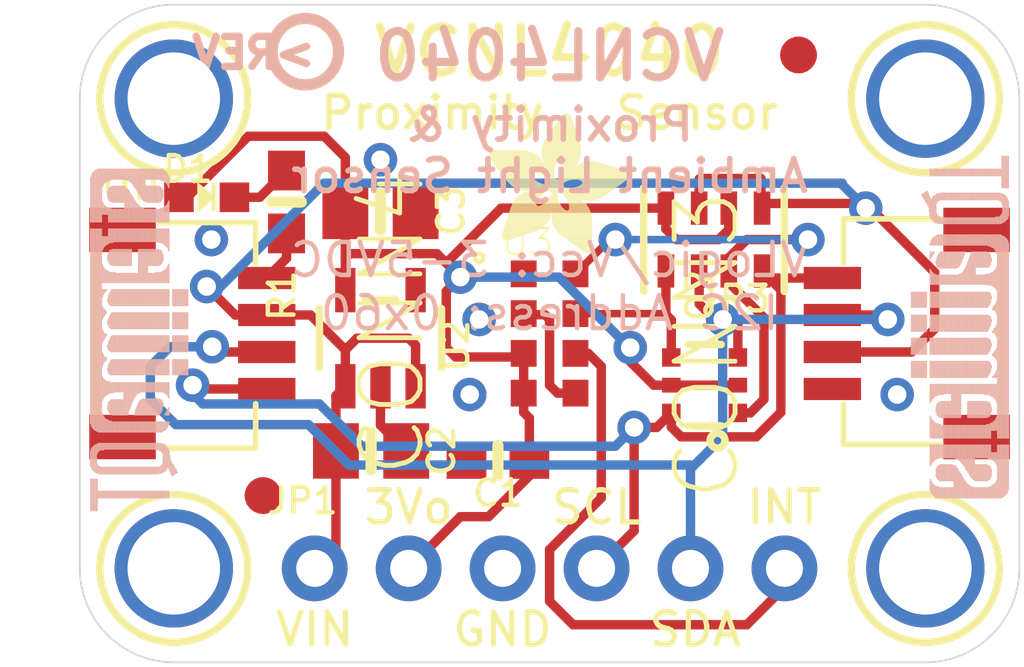
<source format=kicad_pcb>
(kicad_pcb (version 20211014) (generator pcbnew)
  (layers (0 "F.Cu" signal) (31 "B.Cu" signal) (34 "B.Paste" user) (35 "F.Paste" user) (36 "B.SilkS" user "B.Silkscreen") (37 "F.SilkS" user "F.Silkscreen") (38 "B.Mask" user) (39 "F.Mask" user) (44 "Edge.Cuts" user))
  (net 0 "")
  (net 1 "GND")
  (net 2 "SDA")
  (net 3 "SCL")
  (net 4 "SCL_3V")
  (net 5 "SDA_3V")
  (net 6 "3.3V")
  (net 7 "INT")
  (net 8 "VCC")
  (net 9 "N$2")
  (net 10 "CATHODE")
  (footprint "boardEagle:CHIPLED_0603_NOOUTLINE" (layer "F.Cu") (at 139.2301 101.3206 -90)
    (fp_text reference "D1" (at -0.762 1.27) (layer "F.SilkS") (effects (font (size 0.692831 0.692831) (thickness 0.119969)) (justify left)))
    (fp_text value "GREEN")
    (pad "A" smd rect (at 0 0.75 270) (size 0.8 0.8) (layers "F.Cu" "F.Paste" "F.Mask") (net 6 "3.3V"))
    (pad "C" smd rect (at 0 -0.75 270) (size 0.8 0.8) (layers "F.Cu" "F.Paste" "F.Mask") (net 9 "N$2"))
  )
  (footprint "boardEagle:VISHAY_VCNL4040_4X2X1.1" (layer "F.Cu") (at 148.5011 105.0036)
    (fp_text reference "U3" (at -1.34115 -2.467959) (layer "F.SilkS") (effects (font (size 0.707052 0.707052) (thickness 0.056173)) (justify left)))
    (fp_text value "VCNL4040M3OE")
    (pad "1" smd rect (at -0.7 -1.6125) (size 0.7 0.725) (layers "F.Cu" "F.Paste" "F.Mask") (net 1 "GND"))
    (pad "2" smd rect (at -0.7 -0.5375) (size 0.7 0.725) (layers "F.Cu" "F.Paste" "F.Mask") (net 10 "CATHODE"))
    (pad "3" smd rect (at -0.7 0.5375) (size 0.7 0.725) (layers "F.Cu" "F.Paste" "F.Mask") (net 6 "3.3V"))
    (pad "4" smd rect (at -0.7 1.6125) (size 0.7 0.725) (layers "F.Cu" "F.Paste" "F.Mask") (net 6 "3.3V"))
    (pad "5" smd rect (at 0.7 1.6125) (size 0.7 0.725) (layers "F.Cu" "F.Paste" "F.Mask") (net 10 "CATHODE"))
    (pad "6" smd rect (at 0.7 0.5375) (size 0.7 0.725) (layers "F.Cu" "F.Paste" "F.Mask") (net 7 "INT"))
    (pad "7" smd rect (at 0.7 -0.5375) (size 0.7 0.725) (layers "F.Cu" "F.Paste" "F.Mask") (net 5 "SDA_3V"))
    (pad "8" smd rect (at 0.7 -1.6125) (size 0.7 0.725) (layers "F.Cu" "F.Paste" "F.Mask") (net 4 "SCL_3V"))
  )
  (footprint "boardEagle:JST_SH4" (layer "F.Cu") (at 138.3411 105.0036 -90)
    (fp_text reference "CONN4" (at -4.6 -5.9 90) (layer "F.SilkS") (effects (font (size 1.647139 1.647139) (thickness 0.130861)) (justify right)))
    (fp_text value "STEMMA_I2C_QT" hide)
    (pad "1" smd rect (at -1.5 -2.514) (size 1.55 0.6) (layers "F.Cu" "F.Paste" "F.Mask") (net 1 "GND"))
    (pad "2" smd rect (at -0.5 -2.514) (size 1.55 0.6) (layers "F.Cu" "F.Paste" "F.Mask") (net 8 "VCC"))
    (pad "3" smd rect (at 0.5 -2.514) (size 1.55 0.6) (layers "F.Cu" "F.Paste" "F.Mask") (net 2 "SDA"))
    (pad "4" smd rect (at 1.5 -2.514) (size 1.55 0.6) (layers "F.Cu" "F.Paste" "F.Mask") (net 3 "SCL"))
    (pad "MT1" smd rect (at -2.8 1.386) (size 1.8 1.2) (layers "F.Cu" "F.Paste" "F.Mask"))
    (pad "MT2" smd rect (at 2.8 1.386) (size 1.8 1.2) (layers "F.Cu" "F.Paste" "F.Mask"))
  )
  (footprint "boardEagle:0805-NO" (layer "F.Cu") (at 143.9291 101.7016)
    (fp_text reference "C3" (at 1.905 -0.762 90) (layer "F.SilkS") (effects (font (size 0.692831 0.692831) (thickness 0.119969)) (justify right)))
    (fp_text value "10uF")
    (pad "1" smd rect (at -0.95 0) (size 1.24 1.5) (layers "F.Cu" "F.Paste" "F.Mask") (net 6 "3.3V"))
    (pad "2" smd rect (at 0.95 0) (size 1.24 1.5) (layers "F.Cu" "F.Paste" "F.Mask") (net 1 "GND"))
  )
  (footprint "boardEagle:RESPACK_4X0603" (layer "F.Cu") (at 152.9461 102.4636 180)
    (fp_text reference "R3" (at -1.6 -1.6) (layer "F.SilkS") (effects (font (size 0.692831 0.692831) (thickness 0.119969)) (justify right)))
    (fp_text value "10K")
    (pad "1" smd rect (at -1.3 0.85 180) (size 0.45 0.9) (layers "F.Cu" "F.Paste" "F.Mask") (net 8 "VCC"))
    (pad "2" smd rect (at -0.4 0.85 180) (size 0.45 0.9) (layers "F.Cu" "F.Paste" "F.Mask") (net 6 "3.3V"))
    (pad "3" smd rect (at 0.4 0.85 180) (size 0.45 0.9) (layers "F.Cu" "F.Paste" "F.Mask") (net 8 "VCC"))
    (pad "4" smd rect (at 1.3 0.85 180) (size 0.45 0.9) (layers "F.Cu" "F.Paste" "F.Mask") (net 6 "3.3V"))
    (pad "5" smd rect (at 1.3 -0.85 180) (size 0.45 0.9) (layers "F.Cu" "F.Paste" "F.Mask") (net 5 "SDA_3V"))
    (pad "6" smd rect (at 0.4 -0.85 180) (size 0.45 0.9) (layers "F.Cu" "F.Paste" "F.Mask") (net 2 "SDA"))
    (pad "7" smd rect (at -0.4 -0.85 180) (size 0.45 0.9) (layers "F.Cu" "F.Paste" "F.Mask") (net 4 "SCL_3V"))
    (pad "8" smd rect (at -1.3 -0.85 180) (size 0.45 0.9) (layers "F.Cu" "F.Paste" "F.Mask") (net 3 "SCL"))
  )
  (footprint "boardEagle:0603-NO" (layer "F.Cu") (at 147.1041 108.4326 180)
    (fp_text reference "C1" (at -0.762 -0.889) (layer "F.SilkS") (effects (font (size 0.692831 0.692831) (thickness 0.119969)) (justify right)))
    (fp_text value "0.1uF")
    (pad "1" smd rect (at -0.85 0 180) (size 1.075 1) (layers "F.Cu" "F.Paste" "F.Mask") (net 6 "3.3V"))
    (pad "2" smd rect (at 0.85 0 180) (size 1.075 1) (layers "F.Cu" "F.Paste" "F.Mask") (net 1 "GND"))
  )
  (footprint "boardEagle:FIDUCIAL_1MM" (layer "F.Cu") (at 140.7541 109.3851)
    (fp_text reference "FID3" hide)
    (fp_text value "FIDUCIAL_1MM" hide)
    (pad "1" smd roundrect (at 0 0) (size 1 1) (layers "F.Cu" "F.Mask") (roundrect_rratio 0.5))
  )
  (footprint "boardEagle:FIDUCIAL_1MM" (layer "F.Cu") (at 155.2321 97.4725)
    (fp_text reference "FID4" hide)
    (fp_text value "FIDUCIAL_1MM" hide)
    (pad "1" smd roundrect (at 0 0) (size 1 1) (layers "F.Cu" "F.Mask") (roundrect_rratio 0.5))
  )
  (footprint "boardEagle:MOUNTINGHOLE_2.5_PLATED" (layer "F.Cu") (at 138.3411 98.6536)
    (fp_text reference "U$1" hide)
    (fp_text value "MOUNTINGHOLE2.5" hide)
    (pad "P$1" thru_hole circle (at 0 0) (size 3.2 3.2) (drill 2.5) (layers *.Cu *.Mask))
  )
  (footprint "boardEagle:ADAFRUIT_3.5MM" (layer "F.Cu") (at 146.8501 102.8446)
    (fp_text reference "U$22" hide)
    (fp_text value "" hide)
  )
  (footprint "boardEagle:MOUNTINGHOLE_2.5_PLATED" (layer "F.Cu") (at 158.6611 111.3536)
    (fp_text reference "U$21" hide)
    (fp_text value "MOUNTINGHOLE2.5" hide)
    (pad "P$1" thru_hole circle (at 0 0) (size 3.2 3.2) (drill 2.5) (layers *.Cu *.Mask))
  )
  (footprint "boardEagle:0805-NO" (layer "F.Cu") (at 143.6751 108.1786)
    (fp_text reference "C2" (at 1.905 -0.762 90) (layer "F.SilkS") (effects (font (size 0.692831 0.692831) (thickness 0.119969)) (justify right)))
    (fp_text value "10uF")
    (pad "1" smd rect (at -0.95 0) (size 1.24 1.5) (layers "F.Cu" "F.Paste" "F.Mask") (net 8 "VCC"))
    (pad "2" smd rect (at 0.95 0) (size 1.24 1.5) (layers "F.Cu" "F.Paste" "F.Mask") (net 1 "GND"))
  )
  (footprint "boardEagle:1X06_ROUND_70" (layer "F.Cu") (at 148.5011 111.3536)
    (fp_text reference "JP1" (at -7.6962 -1.8288) (layer "F.SilkS") (effects (font (size 0.692831 0.692831) (thickness 0.119969)) (justify left)))
    (fp_text value "")
    (pad "1" thru_hole circle (at -6.35 0 90) (size 1.778 1.778) (drill 1) (layers *.Cu *.Mask) (net 8 "VCC"))
    (pad "2" thru_hole circle (at -3.81 0 90) (size 1.778 1.778) (drill 1) (layers *.Cu *.Mask) (net 6 "3.3V"))
    (pad "3" thru_hole circle (at -1.27 0 90) (size 1.778 1.778) (drill 1) (layers *.Cu *.Mask) (net 1 "GND"))
    (pad "4" thru_hole circle (at 1.27 0 90) (size 1.778 1.778) (drill 1) (layers *.Cu *.Mask) (net 3 "SCL"))
    (pad "5" thru_hole circle (at 3.81 0 90) (size 1.778 1.778) (drill 1) (layers *.Cu *.Mask) (net 2 "SDA"))
    (pad "6" thru_hole circle (at 6.35 0 90) (size 1.778 1.778) (drill 1) (layers *.Cu *.Mask) (net 7 "INT"))
  )
  (footprint "boardEagle:0603-NO" (layer "F.Cu") (at 141.3891 101.4476 -90)
    (fp_text reference "R1" (at 1.778 0.127 90) (layer "F.SilkS") (effects (font (size 0.692831 0.692831) (thickness 0.119969)) (justify right)))
    (fp_text value "10K")
    (pad "1" smd rect (at -0.85 0 270) (size 1.075 1) (layers "F.Cu" "F.Paste" "F.Mask") (net 9 "N$2"))
    (pad "2" smd rect (at 0.85 0 270) (size 1.075 1) (layers "F.Cu" "F.Paste" "F.Mask") (net 1 "GND"))
  )
  (footprint "boardEagle:SOT363" (layer "F.Cu") (at 152.6921 106.4006 90)
    (fp_text reference "Q2" (at 1.651 -0.127 90) (layer "F.SilkS") (effects (font (size 0.692831 0.692831) (thickness 0.119969)) (justify left)))
    (fp_text value "BSS138")
    (pad "1" smd rect (at -0.75 0.9 90) (size 0.5 0.5) (layers "F.Cu" "F.Paste" "F.Mask") (net 4 "SCL_3V"))
    (pad "2" smd rect (at 0 0.9 90) (size 0.4 0.5) (layers "F.Cu" "F.Paste" "F.Mask") (net 6 "3.3V"))
    (pad "3" smd rect (at 0.75 0.9 90) (size 0.5 0.5) (layers "F.Cu" "F.Paste" "F.Mask") (net 2 "SDA"))
    (pad "4" smd rect (at 0.75 -0.9 90) (size 0.5 0.5) (layers "F.Cu" "F.Paste" "F.Mask") (net 5 "SDA_3V"))
    (pad "5" smd rect (at 0 -0.9 90) (size 0.4 0.5) (layers "F.Cu" "F.Paste" "F.Mask") (net 6 "3.3V"))
    (pad "6" smd rect (at -0.75 -0.9 90) (size 0.5 0.5) (layers "F.Cu" "F.Paste" "F.Mask") (net 3 "SCL"))
  )
  (footprint "boardEagle:JST_SH4" (layer "F.Cu") (at 158.6611 105.0036 90)
    (fp_text reference "CONN3" (at -4.6 -5.9 90) (layer "F.SilkS") (effects (font (size 1.647139 1.647139) (thickness 0.130861)) (justify left)))
    (fp_text value "STEMMA_I2C_QT" hide)
    (pad "1" smd rect (at -1.5 -2.514 180) (size 1.55 0.6) (layers "F.Cu" "F.Paste" "F.Mask") (net 1 "GND"))
    (pad "2" smd rect (at -0.5 -2.514 180) (size 1.55 0.6) (layers "F.Cu" "F.Paste" "F.Mask") (net 8 "VCC"))
    (pad "3" smd rect (at 0.5 -2.514 180) (size 1.55 0.6) (layers "F.Cu" "F.Paste" "F.Mask") (net 2 "SDA"))
    (pad "4" smd rect (at 1.5 -2.514 180) (size 1.55 0.6) (layers "F.Cu" "F.Paste" "F.Mask") (net 3 "SCL"))
    (pad "MT1" smd rect (at -2.8 1.386 180) (size 1.8 1.2) (layers "F.Cu" "F.Paste" "F.Mask"))
    (pad "MT2" smd rect (at 2.8 1.386 180) (size 1.8 1.2) (layers "F.Cu" "F.Paste" "F.Mask"))
  )
  (footprint "boardEagle:SOT23-5" (layer "F.Cu") (at 143.9291 105.1306)
    (fp_text reference "U2" (at 2.032 -0.562 90) (layer "F.SilkS") (effects (font (size 0.692831 0.692831) (thickness 0.119969)) (justify right)))
    (fp_text value "AP2112K-3.3")
    (pad "1" smd rect (at -0.95 1.3001) (size 0.55 1.2) (layers "F.Cu" "F.Paste" "F.Mask") (net 8 "VCC"))
    (pad "2" smd rect (at 0 1.3001) (size 0.55 1.2) (layers "F.Cu" "F.Paste" "F.Mask") (net 1 "GND"))
    (pad "3" smd rect (at 0.95 1.3001) (size 0.55 1.2) (layers "F.Cu" "F.Paste" "F.Mask") (net 8 "VCC"))
    (pad "4" smd rect (at 0.95 -1.3001) (size 0.55 1.2) (layers "F.Cu" "F.Paste" "F.Mask"))
    (pad "5" smd rect (at -0.95 -1.3001) (size 0.55 1.2) (layers "F.Cu" "F.Paste" "F.Mask") (net 6 "3.3V"))
  )
  (footprint "boardEagle:MOUNTINGHOLE_2.5_PLATED" (layer "F.Cu") (at 138.3411 111.3536)
    (fp_text reference "U$19" hide)
    (fp_text value "MOUNTINGHOLE2.5" hide)
    (pad "P$1" thru_hole circle (at 0 0) (size 3.2 3.2) (drill 2.5) (layers *.Cu *.Mask))
  )
  (footprint "boardEagle:MOUNTINGHOLE_2.5_PLATED" (layer "F.Cu") (at 158.6611 98.6536)
    (fp_text reference "U$17" hide)
    (fp_text value "MOUNTINGHOLE2.5" hide)
    (pad "P$1" thru_hole circle (at 0 0) (size 3.2 3.2) (drill 2.5) (layers *.Cu *.Mask))
  )
  (footprint "boardEagle:STEMMAQT" (layer "B.Cu") (at 158.2801 109.4486 90)
    (fp_text reference "U$30" hide)
    (fp_text value "" hide)
  )
  (footprint "boardEagle:STEMMAQT" (layer "B.Cu") (at 138.7221 100.5586 -90)
    (fp_text reference "U$31" hide)
    (fp_text value "" hide)
  )
  (footprint "boardEagle:PCBFEAT-REV-040" (layer "B.Cu") (at 141.8971 97.3836 180)
    (fp_text reference "U$25" hide)
    (fp_text value "" hide)
    (fp_text user ">REV" (at -0.3556 -0.508) (layer "B.SilkS") (effects (font (size 0.8128 0.8128) (thickness 0.2032)) (justify left bottom mirror)))
  )
  (gr_arc (start 135.8011 98.6536) (mid 136.545049 96.857549) (end 138.3411 96.1136) (layer "Edge.Cuts") (width 0.05))
  (gr_arc (start 161.2011 111.3536) (mid 160.457151 113.149651) (end 158.6611 113.8936) (layer "Edge.Cuts") (width 0.05))
  (gr_arc (start 158.6611 96.1136) (mid 160.457151 96.857549) (end 161.2011 98.6536) (layer "Edge.Cuts") (width 0.05))
  (gr_arc (start 138.3411 113.8936) (mid 136.545049 113.149651) (end 135.8011 111.3536) (layer "Edge.Cuts") (width 0.05))
  (gr_line (start 135.8011 98.6536) (end 135.8011 111.3536) (layer "Edge.Cuts") (width 0.05))
  (gr_line (start 138.3411 113.8936) (end 158.6611 113.8936) (layer "Edge.Cuts") (width 0.05))
  (gr_line (start 158.6611 96.1136) (end 138.3411 96.1136) (layer "Edge.Cuts") (width 0.05))
  (gr_line (start 161.2011 111.3536) (end 161.2011 98.6536) (layer "Edge.Cuts") (width 0.05))
  (gr_text "VLogic/Vcc: 3-5VDC\nI2C Address: 0x60" (at 148.5011 103.7336) (layer "B.SilkS") (effects (font (size 0.89408 0.89408) (thickness 0.12192)) (justify mirror)))
  (gr_text "VCNL4040" (at 148.5011 97.5106) (layer "B.SilkS") (effects (font (size 1.25222 1.25222) (thickness 0.22098)) (justify mirror)))
  (gr_text "Proximity &\nAmbient Light Sensor" (at 148.5011 100.0506) (layer "B.SilkS") (effects (font (size 0.8636 0.8636) (thickness 0.1524)) (justify mirror)))
  (gr_text "SCL" (at 149.7711 109.7026) (layer "F.SilkS") (effects (font (size 0.87376 0.87376) (thickness 0.14224))))
  (gr_text "VCNL4040" (at 148.5011 97.3836) (layer "F.SilkS") (effects (font (size 1.25222 1.25222) (thickness 0.22098))))
  (gr_text "Proximity   Sensor" (at 148.5011 99.0346) (layer "F.SilkS") (effects (font (size 0.8636 0.8636) (thickness 0.1524))))
  (gr_text "SDA" (at 152.4381 113.0046) (layer "F.SilkS") (effects (font (size 0.87376 0.87376) (thickness 0.14224))))
  (gr_text "on" (at 136.3091 101.4476) (layer "F.SilkS") (effects (font (size 0.89408 0.89408) (thickness 0.12192)) (justify left bottom)))
  (gr_text "3Vo" (at 144.6911 109.7026) (layer "F.SilkS") (effects (font (size 0.87376 0.87376) (thickness 0.14224))))
  (gr_text "VIN" (at 142.1511 113.0046) (layer "F.SilkS") (effects (font (size 0.87376 0.87376) (thickness 0.14224))))
  (gr_text "GND" (at 147.2311 113.0046) (layer "F.SilkS") (effects (font (size 0.87376 0.87376) (thickness 0.14224))))
  (gr_text "INT" (at 154.8511 109.7026) (layer "F.SilkS") (effects (font (size 0.87376 0.87376) (thickness 0.14224))))
  (segment (start 141.3891 102.2976) (end 141.3891 102.9696) (width 0.254) (layer "F.Cu") (net 1))
  (segment (start 143.9291 106.4307) (end 143.9291 107.4826) (width 0.254) (layer "F.Cu") (net 1))
  (segment (start 141.3891 102.9696) (end 140.8551 103.5036) (width 0.254) (layer "F.Cu") (net 1))
  (segment (start 144.6251 108.1786) (end 143.9291 107.4826) (width 0.254) (layer "F.Cu") (net 1))
  (via (at 143.9291 100.3046) (size 0.9064) (drill 0.5) (layers "F.Cu" "B.Cu") (net 1))
  (via (at 146.5961 104.6226) (size 0.9064) (drill 0.5) (layers "F.Cu" "B.Cu") (net 1))
  (via (at 139.3571 102.4636) (size 0.9064) (drill 0.5) (layers "F.Cu" "B.Cu") (net 1))
  (via (at 157.8991 106.6546) (size 0.9064) (drill 0.5) (layers "F.Cu" "B.Cu") (net 1))
  (via (at 146.3421 106.6546) (size 0.9064) (drill 0.5) (layers "F.Cu" "B.Cu") (net 1))
  (segment (start 156.1471 104.5036) (end 157.5261 104.5036) (width 0.254) (layer "F.Cu") (net 2))
  (segment (start 152.9661 104.6226) (end 153.1811 104.6226) (width 0.254) (layer "F.Cu") (net 2))
  (segment (start 153.1811 104.6226) (end 153.1811 104.7616) (width 0.254) (layer "F.Cu") (net 2))
  (segment (start 139.521312 105.5036) (end 139.379706 105.361994) (width 0.254) (layer "F.Cu") (net 2))
  (segment (start 152.9661 104.6226) (end 152.5461 104.2026) (width 0.254) (layer "F.Cu") (net 2))
  (segment (start 140.8551 105.5036) (end 139.521312 105.5036) (width 0.254) (layer "F.Cu") (net 2))
  (segment (start 157.5261 104.5036) (end 157.6451 104.6226) (width 0.254) (layer "F.Cu") (net 2))
  (segment (start 152.5461 103.3136) (end 152.5461 104.2026) (width 0.254) (layer "F.Cu") (net 2))
  (segment (start 153.5921 104.7616) (end 153.1811 104.7616) (width 0.254) (layer "F.Cu") (net 2))
  (segment (start 153.5921 104.7616) (end 153.5921 105.6506) (width 0.254) (layer "F.Cu") (net 2))
  (via (at 153.1811 104.6226) (size 0.9064) (drill 0.5) (layers "F.Cu" "B.Cu") (net 2))
  (via (at 157.6451 104.6226) (size 0.9064) (drill 0.5) (layers "F.Cu" "B.Cu") (net 2))
  (via (at 139.379706 105.361994) (size 0.9064) (drill 0.5) (layers "F.Cu" "B.Cu") (net 2))
  (segment (start 137.7061 105.8926) (end 137.7061 106.7816) (width 0.254) (layer "B.Cu") (net 2))
  (segment (start 157.6451 104.6226) (end 153.1811 104.6226) (width 0.254) (layer "B.Cu") (net 2))
  (segment (start 153.1811 107.7976) (end 152.3111 108.6676) (width 0.254) (layer "B.Cu") (net 2))
  (segment (start 143.0752 108.5596) (end 152.3111 108.5596) (width 0.254) (layer "B.Cu") (net 2))
  (segment (start 141.983 107.4674) (end 143.0752 108.5596) (width 0.254) (layer "B.Cu") (net 2))
  (segment (start 138.236706 105.361994) (end 137.7061 105.8926) (width 0.254) (layer "B.Cu") (net 2))
  (segment (start 137.7061 106.7816) (end 138.3919 107.4674) (width 0.254) (layer "B.Cu") (net 2))
  (segment (start 153.1811 104.6226) (end 153.1811 107.7976) (width 0.254) (layer "B.Cu") (net 2))
  (segment (start 138.3919 107.4674) (end 141.983 107.4674) (width 0.254) (layer "B.Cu") (net 2))
  (segment (start 152.3111 108.6676) (end 152.3111 111.3536) (width 0.254) (layer "B.Cu") (net 2))
  (segment (start 139.379706 105.361994) (end 138.236706 105.361994) (width 0.254) (layer "B.Cu") (net 2))
  (segment (start 152.3111 108.5596) (end 152.3111 108.6676) (width 0.254) (layer "B.Cu") (net 2))
  (segment (start 154.7541 107.1326) (end 154.0891 107.7976) (width 0.254) (layer "F.Cu") (net 3))
  (segment (start 154.4361 103.5036) (end 154.2461 103.3136) (width 0.254) (layer "F.Cu") (net 3))
  (segment (start 151.3991 107.5436) (end 150.7871 107.5436) (width 0.254) (layer "F.Cu") (net 3))
  (segment (start 152.0571 107.7976) (end 151.7916 107.5321) (width 0.254) (layer "F.Cu") (net 3))
  (segment (start 154.0891 107.7976) (end 152.0571 107.7976) (width 0.254) (layer "F.Cu") (net 3))
  (segment (start 151.7921 107.1506) (end 151.7916 107.1511) (width 0.254) (layer "F.Cu") (net 3))
  (segment (start 151.7916 107.5321) (end 151.7916 107.1511) (width 0.254) (layer "F.Cu") (net 3))
  (segment (start 154.2461 103.3136) (end 154.7541 103.8216) (width 0.254) (layer "F.Cu") (net 3))
  (segment (start 140.8551 106.5036) (end 138.9521 106.5036) (width 0.254) (layer "F.Cu") (net 3))
  (segment (start 150.7871 110.3376) (end 149.7711 111.3536) (width 0.254) (layer "F.Cu") (net 3))
  (segment (start 150.7871 107.5436) (end 150.7871 110.3376) (width 0.254) (layer "F.Cu") (net 3))
  (segment (start 154.7541 103.8216) (end 154.7541 107.1326) (width 0.254) (layer "F.Cu") (net 3))
  (segment (start 151.7921 107.1506) (end 151.3991 107.5436) (width 0.254) (layer "F.Cu") (net 3))
  (segment (start 156.1471 103.5036) (end 154.4361 103.5036) (width 0.254) (layer "F.Cu") (net 3))
  (segment (start 138.9521 106.5036) (end 138.8491 106.4006) (width 0.254) (layer "F.Cu") (net 3))
  (via (at 150.7871 107.5436) (size 0.9064) (drill 0.5) (layers "F.Cu" "B.Cu") (net 3))
  (via (at 138.8491 106.4006) (size 0.9064) (drill 0.5) (layers "F.Cu" "B.Cu") (net 3))
  (segment (start 143.4211 108.0516) (end 142.2781 106.9086) (width 0.254) (layer "B.Cu") (net 3))
  (segment (start 138.8491 106.4006) (end 138.8491 106.631438) (width 0.254) (layer "B.Cu") (net 3))
  (segment (start 150.2791 108.0516) (end 150.7871 107.5436) (width 0.254) (layer "B.Cu") (net 3))
  (segment (start 139.126262 106.9086) (end 138.8491 106.631438) (width 0.254) (layer "B.Cu") (net 3))
  (segment (start 142.2781 106.9086) (end 139.126262 106.9086) (width 0.254) (layer "B.Cu") (net 3))
  (segment (start 150.2791 108.0516) (end 143.4211 108.0516) (width 0.254) (layer "B.Cu") (net 3))
  (segment (start 153.3461 102.9526) (end 153.8351 102.4636) (width 0.254) (layer "F.Cu") (net 4))
  (segment (start 153.3461 103.3136) (end 153.3461 103.6256) (width 0.254) (layer "F.Cu") (net 4))
  (segment (start 153.8351 102.4636) (end 155.4861 102.4636) (width 0.254) (layer "F.Cu") (net 4))
  (segment (start 154.2969 104.5764) (end 154.2969 106.7816) (width 0.254) (layer "F.Cu") (net 4))
  (segment (start 150.1286 102.4636) (end 150.2791 102.4636) (width 0.2032) (layer "F.Cu") (net 4))
  (segment (start 149.2011 103.3911) (end 150.1286 102.4636) (width 0.2032) (layer "F.Cu") (net 4))
  (segment (start 154.2969 106.7816) (end 153.9279 107.1506) (width 0.254) (layer "F.Cu") (net 4))
  (segment (start 153.3461 103.3136) (end 153.3461 102.9526) (width 0.254) (layer "F.Cu") (net 4))
  (segment (start 153.3461 103.6256) (end 154.2969 104.5764) (width 0.254) (layer "F.Cu") (net 4))
  (segment (start 153.5921 107.1506) (end 153.9279 107.1506) (width 0.254) (layer "F.Cu") (net 4))
  (via (at 150.2791 102.4636) (size 0.9064) (drill 0.5) (layers "F.Cu" "B.Cu") (net 4))
  (via (at 155.4861 102.4636) (size 0.9064) (drill 0.5) (layers "F.Cu" "B.Cu") (net 4))
  (segment (start 150.2791 102.4636) (end 155.4861 102.4636) (width 0.2032) (layer "B.Cu") (net 4))
  (segment (start 151.7921 104.6346) (end 151.6461 104.4886) (width 0.254) (layer "F.Cu") (net 5))
  (segment (start 151.7921 105.6506) (end 151.7921 104.6346) (width 0.254) (layer "F.Cu") (net 5))
  (segment (start 151.6461 104.4886) (end 151.6461 103.3136) (width 0.254) (layer "F.Cu") (net 5))
  (segment (start 151.6236 104.4661) (end 151.6461 104.4886) (width 0.2032) (layer "F.Cu") (net 5))
  (segment (start 149.2011 104.4661) (end 151.6236 104.4661) (width 0.2032) (layer "F.Cu") (net 5))
  (segment (start 147.9541 108.8526) (end 147.9541 108.4326) (width 0.254) (layer "F.Cu") (net 6))
  (segment (start 145.9611 105.6386) (end 147.8011 105.6386) (width 0.254) (layer "F.Cu") (net 6))
  (segment (start 151.7921 106.4006) (end 153.5921 106.4006) (width 0.254) (layer "F.Cu") (net 6))
  (segment (start 138.4961 101.3046) (end 138.720762 101.3046) (width 0.254) (layer "F.Cu") (net 6))
  (segment (start 145.7071 103.8606) (end 145.7071 105.3846) (width 0.254) (layer "F.Cu") (net 6))
  (segment (start 147.9541 107.2896) (end 147.8011 107.1366) (width 0.254) (layer "F.Cu") (net 6))
  (segment (start 145.7071 105.3846) (end 145.9611 105.6386) (width 0.254) (layer "F.Cu") (net 6))
  (segment (start 146.0881 103.4796) (end 145.7071 103.8606) (width 0.254) (layer "F.Cu") (net 6))
  (segment (start 146.0881 109.9566) (end 146.8501 109.9566) (width 0.254) (layer "F.Cu") (net 6))
  (segment (start 147.9541 107.2896) (end 147.9541 108.4326) (width 0.254) (layer "F.Cu") (net 6))
  (segment (start 142.9791 101.7016) (end 142.9791 102.9716) (width 0.254) (layer "F.Cu") (net 6))
  (segment (start 145.4531 102.8446) (end 145.7071 103.0986) (width 0.254) (layer "F.Cu") (net 6))
  (segment (start 153.3461 102.1906) (end 153.0731 102.4636) (width 0.254) (layer "F.Cu") (net 6))
  (segment (start 142.9791 102.9716) (end 143.1061 102.8446) (width 0.254) (layer "F.Cu") (net 6))
  (segment (start 151.3165 106.4006) (end 150.6815 105.7656) (width 0.254) (layer "F.Cu") (net 6))
  (segment (start 138.4801 101.3206) (end 138.4961 101.3046) (width 0.254) (layer "F.Cu") (net 6))
  (segment (start 151.6461 101.6136) (end 147.1921 101.6136) (width 0.254) (layer "F.Cu") (net 6))
  (segment (start 145.7071 103.0986) (end 146.0881 103.4796) (width 0.254) (layer "F.Cu") (net 6))
  (segment (start 138.720762 101.3046) (end 140.355762 99.6696) (width 0.254) (layer "F.Cu") (net 6))
  (segment (start 153.3461 101.6136) (end 153.3461 102.1906) (width 0.254) (layer "F.Cu") (net 6))
  (segment (start 146.8501 109.9566) (end 147.9541 108.8526) (width 0.254) (layer "F.Cu") (net 6))
  (segment (start 143.1061 102.8446) (end 145.4531 102.8446) (width 0.254) (layer "F.Cu") (net 6))
  (segment (start 142.4051 99.6696) (end 142.9791 100.2436) (width 0.254) (layer "F.Cu") (net 6))
  (segment (start 147.8011 106.6161) (end 147.8011 107.1366) (width 0.254) (layer "F.Cu") (net 6))
  (segment (start 150.6815 105.7656) (end 150.6815 105.3846) (width 0.254) (layer "F.Cu") (net 6))
  (segment (start 142.9791 100.2436) (end 142.9791 101.7016) (width 0.254) (layer "F.Cu") (net 6))
  (segment (start 147.1921 101.6136) (end 145.7071 103.0986) (width 0.254) (layer "F.Cu") (net 6))
  (segment (start 147.8011 105.6386) (end 147.8011 106.6161) (width 0.254) (layer "F.Cu") (net 6))
  (segment (start 144.6911 111.3536) (end 146.0881 109.9566) (width 0.254) (layer "F.Cu") (net 6))
  (segment (start 142.9791 102.9716) (end 142.9791 103.8305) (width 0.254) (layer "F.Cu") (net 6))
  (segment (start 151.7921 106.4006) (end 151.3165 106.4006) (width 0.254) (layer "F.Cu") (net 6))
  (segment (start 151.6461 102.1796) (end 151.6461 101.6136) (width 0.254) (layer "F.Cu") (net 6))
  (segment (start 147.8011 105.5411) (end 147.8011 105.6386) (width 0.254) (layer "F.Cu") (net 6))
  (segment (start 151.9301 102.4636) (end 151.6461 102.1796) (width 0.254) (layer "F.Cu") (net 6))
  (segment (start 153.0731 102.4636) (end 151.9301 102.4636) (width 0.254) (layer "F.Cu") (net 6))
  (segment (start 140.355762 99.6696) (end 142.4051 99.6696) (width 0.254) (layer "F.Cu") (net 6))
  (via (at 150.6815 105.3846) (size 0.9064) (drill 0.5) (layers "F.Cu" "B.Cu") (net 6))
  (via (at 146.0881 103.4796) (size 0.9064) (drill 0.5) (layers "F.Cu" "B.Cu") (net 6))
  (segment (start 150.6601 105.3846) (end 148.7551 103.4796) (width 0.254) (layer "B.Cu") (net 6))
  (segment (start 148.7551 103.4796) (end 146.0881 103.4796) (width 0.254) (layer "B.Cu") (net 6))
  (segment (start 150.6815 105.3846) (end 150.6601 105.3846) (width 0.254) (layer "B.Cu") (net 6))
  (segment (start 149.8981 105.8926) (end 149.8981 109.4486) (width 0.254) (layer "F.Cu") (net 7))
  (segment (start 153.8351 112.8776) (end 154.8511 111.8616) (width 0.254) (layer "F.Cu") (net 7))
  (segment (start 149.2011 105.5411) (end 149.5466 105.5411) (width 0.254) (layer "F.Cu") (net 7))
  (segment (start 148.5011 112.2426) (end 149.1361 112.8776) (width 0.254) (layer "F.Cu") (net 7))
  (segment (start 149.8981 109.4486) (end 148.5011 110.8456) (width 0.254) (layer "F.Cu") (net 7))
  (segment (start 154.8511 111.8616) (end 154.8511 111.3536) (width 0.254) (layer "F.Cu") (net 7))
  (segment (start 148.5011 110.8456) (end 148.5011 112.2426) (width 0.254) (layer "F.Cu") (net 7))
  (segment (start 149.1361 112.8776) (end 153.8351 112.8776) (width 0.254) (layer "F.Cu") (net 7))
  (segment (start 149.5466 105.5411) (end 149.8981 105.8926) (width 0.254) (layer "F.Cu") (net 7))
  (segment (start 154.2161 100.8126) (end 154.2161 101.5836) (width 0.254) (layer "F.Cu") (net 8))
  (segment (start 140.8551 104.5036) (end 142.0371 104.5036) (width 0.254) (layer "F.Cu") (net 8))
  (segment (start 157.0491 101.6136) (end 156.9221 101.4866) (width 0.254) (layer "F.Cu") (net 8))
  (segment (start 142.7251 106.6847) (end 142.7251 108.1786) (width 0.254) (layer "F.Cu") (net 8))
  (segment (start 157.1761 101.6136) (end 157.0491 101.6136) (width 0.254) (layer "F.Cu") (net 8))
  (segment (start 154.2461 101.6136) (end 154.3731 101.4866) (width 0.254) (layer "F.Cu") (net 8))
  (segment (start 152.5461 101.6136) (end 152.5461 100.8316) (width 0.254) (layer "F.Cu") (net 8))
  (segment (start 154.2161 101.5836) (end 154.2461 101.6136) (width 0.254) (layer "F.Cu") (net 8))
  (segment (start 142.9791 105.4456) (end 142.9791 106.4307) (width 0.254) (layer "F.Cu") (net 8))
  (segment (start 142.7251 108.1786) (end 142.7251 110.7796) (width 0.254) (layer "F.Cu") (net 8))
  (segment (start 143.2941 105.1306) (end 142.9791 105.4456) (width 0.254) (layer "F.Cu") (net 8))
  (segment (start 152.5651 100.8126) (end 154.2161 100.8126) (width 0.254) (layer "F.Cu") (net 8))
  (segment (start 158.2881 105.5036) (end 158.9151 104.8766) (width 0.254) (layer "F.Cu") (net 8))
  (segment (start 142.9791 106.4307) (end 142.7251 106.6847) (width 0.254) (layer "F.Cu") (net 8))
  (segment (start 142.0371 104.5036) (end 142.9791 105.4456) (width 0.254) (layer "F.Cu") (net 8))
  (segment (start 144.8791 106.4307) (end 144.8791 105.3186) (width 0.254) (layer "F.Cu") (net 8))
  (segment (start 144.8791 105.3186) (end 144.691096 105.1306) (width 0.254) (layer "F.Cu") (net 8))
  (segment (start 156.1471 105.5036) (end 158.2881 105.5036) (width 0.254) (layer "F.Cu") (net 8))
  (segment (start 156.9221 101.4866) (end 154.3731 101.4866) (width 0.254) (layer "F.Cu") (net 8))
  (segment (start 140.0001 104.5036) (end 139.2301 103.7336) (width 0.254) (layer "F.Cu") (net 8))
  (segment (start 142.1511 111.3536) (end 142.7251 110.7796) (width 0.254) (layer "F.Cu") (net 8))
  (segment (start 152.5461 100.8316) (end 152.5651 100.8126) (width 0.254) (layer "F.Cu") (net 8))
  (segment (start 158.9151 103.3526) (end 157.1761 101.6136) (width 0.254) (layer "F.Cu") (net 8))
  (segment (start 144.691096 105.1306) (end 143.2941 105.1306) (width 0.254) (layer "F.Cu") (net 8))
  (segment (start 158.9151 104.8766) (end 158.9151 103.3526) (width 0.254) (layer "F.Cu") (net 8))
  (segment (start 140.8551 104.5036) (end 140.0001 104.5036) (width 0.254) (layer "F.Cu") (net 8))
  (via (at 157.0491 101.6136) (size 0.9064) (drill 0.5) (layers "F.Cu" "B.Cu") (net 8))
  (via (at 139.2301 103.7336) (size 0.9064) (drill 0.5) (layers "F.Cu" "B.Cu") (net 8))
  (segment (start 156.4141 100.9396) (end 142.4051 100.9396) (width 0.254) (layer "B.Cu") (net 8))
  (segment (start 142.4051 100.9396) (end 139.6111 103.7336) (width 0.254) (layer "B.Cu") (net 8))
  (segment (start 139.6111 103.7336) (end 139.2301 103.7336) (width 0.254) (layer "B.Cu") (net 8))
  (segment (start 156.4141 100.9396) (end 156.4141 100.9786) (width 0.254) (layer "B.Cu") (net 8))
  (segment (start 157.0491 101.6136) (end 156.4141 100.9786) (width 0.254) (layer "B.Cu") (net 8))
  (segment (start 139.9801 101.3206) (end 140.6661 101.3206) (width 0.254) (layer "F.Cu") (net 9))
  (segment (start 140.6661 101.3206) (end 141.3891 100.5976) (width 0.254) (layer "F.Cu") (net 9))
  (segment (start 148.7166 106.6161) (end 149.2011 106.6161) (width 0.254) (layer "F.Cu") (net 10))
  (segment (start 148.5011 106.4006) (end 148.7166 106.6161) (width 0.254) (layer "F.Cu") (net 10))
  (segment (start 148.3741 104.4956) (end 148.5011 104.6226) (width 0.254) (layer "F.Cu") (net 10))
  (segment (start 147.8011 104.4661) (end 147.8306 104.4956) (width 0.254) (layer "F.Cu") (net 10))
  (segment (start 148.5011 104.6226) (end 148.5011 106.4006) (width 0.254) (layer "F.Cu") (net 10))
  (segment (start 147.8306 104.4956) (end 148.3741 104.4956) (width 0.254) (layer "F.Cu") (net 10))
)
</source>
